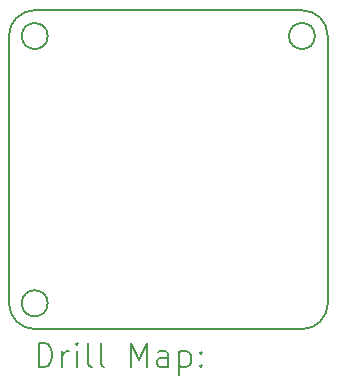
<source format=gbr>
%TF.GenerationSoftware,KiCad,Pcbnew,7.0.7*%
%TF.CreationDate,2024-01-02T23:07:12-05:00*%
%TF.ProjectId,squirrelbrain,73717569-7272-4656-9c62-7261696e2e6b,1*%
%TF.SameCoordinates,Original*%
%TF.FileFunction,Drillmap*%
%TF.FilePolarity,Positive*%
%FSLAX45Y45*%
G04 Gerber Fmt 4.5, Leading zero omitted, Abs format (unit mm)*
G04 Created by KiCad (PCBNEW 7.0.7) date 2024-01-02 23:07:12*
%MOMM*%
%LPD*%
G01*
G04 APERTURE LIST*
%ADD10C,0.150000*%
%ADD11C,0.200000*%
G04 APERTURE END LIST*
D10*
X6350000Y-6131371D02*
X6350000Y-3868629D01*
X6131371Y-6350000D02*
G75*
G03*
X6350000Y-6131371I-1J218630D01*
G01*
X3868629Y-6350000D02*
X6131371Y-6350000D01*
X3650000Y-6131371D02*
G75*
G03*
X3868629Y-6350000I218630J1D01*
G01*
X3650000Y-3868629D02*
X3650000Y-6131371D01*
X3868629Y-3650000D02*
G75*
G03*
X3650000Y-3868629I1J-218630D01*
G01*
X6131371Y-3650000D02*
X3868629Y-3650000D01*
X6350000Y-3868629D02*
G75*
G03*
X6131371Y-3650000I-218630J-1D01*
G01*
X6241371Y-3868629D02*
G75*
G03*
X6241371Y-3868629I-110000J0D01*
G01*
X3978629Y-6131371D02*
G75*
G03*
X3978629Y-6131371I-110000J0D01*
G01*
X3978629Y-3868629D02*
G75*
G03*
X3978629Y-3868629I-110000J0D01*
G01*
D11*
X3903277Y-6668984D02*
X3903277Y-6468984D01*
X3903277Y-6468984D02*
X3950896Y-6468984D01*
X3950896Y-6468984D02*
X3979467Y-6478508D01*
X3979467Y-6478508D02*
X3998515Y-6497555D01*
X3998515Y-6497555D02*
X4008039Y-6516603D01*
X4008039Y-6516603D02*
X4017562Y-6554698D01*
X4017562Y-6554698D02*
X4017562Y-6583269D01*
X4017562Y-6583269D02*
X4008039Y-6621365D01*
X4008039Y-6621365D02*
X3998515Y-6640412D01*
X3998515Y-6640412D02*
X3979467Y-6659460D01*
X3979467Y-6659460D02*
X3950896Y-6668984D01*
X3950896Y-6668984D02*
X3903277Y-6668984D01*
X4103277Y-6668984D02*
X4103277Y-6535650D01*
X4103277Y-6573746D02*
X4112801Y-6554698D01*
X4112801Y-6554698D02*
X4122324Y-6545174D01*
X4122324Y-6545174D02*
X4141372Y-6535650D01*
X4141372Y-6535650D02*
X4160420Y-6535650D01*
X4227086Y-6668984D02*
X4227086Y-6535650D01*
X4227086Y-6468984D02*
X4217563Y-6478508D01*
X4217563Y-6478508D02*
X4227086Y-6488031D01*
X4227086Y-6488031D02*
X4236610Y-6478508D01*
X4236610Y-6478508D02*
X4227086Y-6468984D01*
X4227086Y-6468984D02*
X4227086Y-6488031D01*
X4350896Y-6668984D02*
X4331848Y-6659460D01*
X4331848Y-6659460D02*
X4322324Y-6640412D01*
X4322324Y-6640412D02*
X4322324Y-6468984D01*
X4455658Y-6668984D02*
X4436610Y-6659460D01*
X4436610Y-6659460D02*
X4427086Y-6640412D01*
X4427086Y-6640412D02*
X4427086Y-6468984D01*
X4684229Y-6668984D02*
X4684229Y-6468984D01*
X4684229Y-6468984D02*
X4750896Y-6611841D01*
X4750896Y-6611841D02*
X4817563Y-6468984D01*
X4817563Y-6468984D02*
X4817563Y-6668984D01*
X4998515Y-6668984D02*
X4998515Y-6564222D01*
X4998515Y-6564222D02*
X4988991Y-6545174D01*
X4988991Y-6545174D02*
X4969944Y-6535650D01*
X4969944Y-6535650D02*
X4931848Y-6535650D01*
X4931848Y-6535650D02*
X4912801Y-6545174D01*
X4998515Y-6659460D02*
X4979467Y-6668984D01*
X4979467Y-6668984D02*
X4931848Y-6668984D01*
X4931848Y-6668984D02*
X4912801Y-6659460D01*
X4912801Y-6659460D02*
X4903277Y-6640412D01*
X4903277Y-6640412D02*
X4903277Y-6621365D01*
X4903277Y-6621365D02*
X4912801Y-6602317D01*
X4912801Y-6602317D02*
X4931848Y-6592793D01*
X4931848Y-6592793D02*
X4979467Y-6592793D01*
X4979467Y-6592793D02*
X4998515Y-6583269D01*
X5093753Y-6535650D02*
X5093753Y-6735650D01*
X5093753Y-6545174D02*
X5112801Y-6535650D01*
X5112801Y-6535650D02*
X5150896Y-6535650D01*
X5150896Y-6535650D02*
X5169944Y-6545174D01*
X5169944Y-6545174D02*
X5179467Y-6554698D01*
X5179467Y-6554698D02*
X5188991Y-6573746D01*
X5188991Y-6573746D02*
X5188991Y-6630888D01*
X5188991Y-6630888D02*
X5179467Y-6649936D01*
X5179467Y-6649936D02*
X5169944Y-6659460D01*
X5169944Y-6659460D02*
X5150896Y-6668984D01*
X5150896Y-6668984D02*
X5112801Y-6668984D01*
X5112801Y-6668984D02*
X5093753Y-6659460D01*
X5274705Y-6649936D02*
X5284229Y-6659460D01*
X5284229Y-6659460D02*
X5274705Y-6668984D01*
X5274705Y-6668984D02*
X5265182Y-6659460D01*
X5265182Y-6659460D02*
X5274705Y-6649936D01*
X5274705Y-6649936D02*
X5274705Y-6668984D01*
X5274705Y-6545174D02*
X5284229Y-6554698D01*
X5284229Y-6554698D02*
X5274705Y-6564222D01*
X5274705Y-6564222D02*
X5265182Y-6554698D01*
X5265182Y-6554698D02*
X5274705Y-6545174D01*
X5274705Y-6545174D02*
X5274705Y-6564222D01*
M02*

</source>
